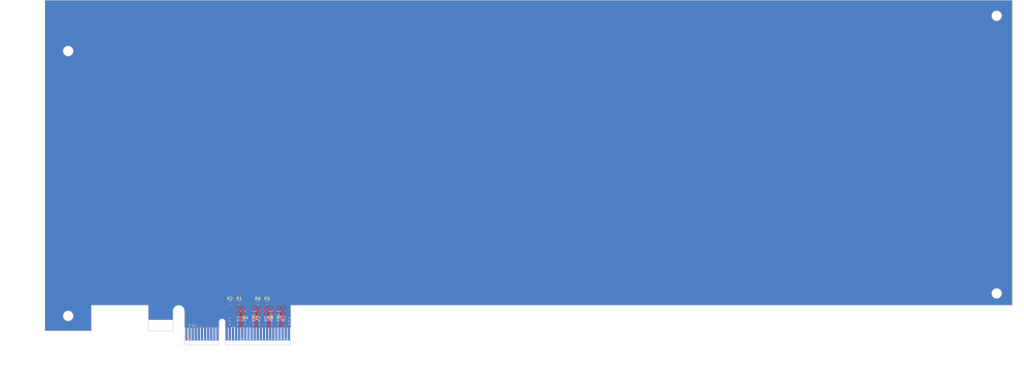
<source format=kicad_pcb>
(kicad_pcb (version 20211014) (generator pcbnew)
  (title_block (title "PCIexpress_x16_full") (company "Author: Luca Anastasio"))
  (layers (0 "F.Cu" power) (1 "In1.Cu" power) (2 "In2.Cu" power) (31 "B.Cu" power) (34 "B.Paste" user) (35 "F.Paste" user) (36 "B.SilkS" user "B.Silkscreen") (37 "F.SilkS" user "F.Silkscreen") (38 "B.Mask" user) (39 "F.Mask" user) (44 "Edge.Cuts" user))
  (net 0 "")
  (net 1 "GND")
  (net 2 "Net-(J2-PadA32)")
  (net 3 "Net-(J2-PadA19)")
  (net 4 "+12V")
  (net 5 "+3V3")
  (net 6 "+3.3VA")
  (net 7 "Net-(J2-PadB12)")
  (net 8 "Net-(J2-PadB30)")
  (net 9 "/PER0_P")
  (net 10 "/PER0_N")
  (net 11 "/PER1_P")
  (net 12 "/PER1_N")
  (net 13 "/PER2_P")
  (net 14 "/PER2_N")
  (net 15 "/PER3_P")
  (net 16 "/PER3_N")
  (net 17 "/~{PRSNT2x4}")
  (net 18 "/PET3_N")
  (net 19 "/PET3_P")
  (net 20 "/PET2_N")
  (net 21 "/PET2_P")
  (net 22 "/PET1_N")
  (net 23 "/PET1_P")
  (net 24 "/SMCLK")
  (net 25 "/SMDAT")
  (net 26 "/~{TRST}")
  (net 27 "/~{WAKE}")
  (net 28 "/PET0_P")
  (net 29 "/PET0_N")
  (net 30 "/~{PRSNT2x1}")
  (net 31 "/~{PRSNT1}")
  (net 32 "/TCK")
  (net 33 "/TDI")
  (net 34 "/TDO")
  (net 35 "/TMS")
  (net 36 "/~{PERST}")
  (net 37 "/REFCLK-")
  (net 38 "/REFCLK+")
  (net 39 "/PCIexpress_connector/_PER0_P")
  (net 40 "/PCIexpress_connector/_PER0_N")
  (net 41 "/PCIexpress_connector/_PER1_P")
  (net 42 "/PCIexpress_connector/_PER1_N")
  (net 43 "/PCIexpress_connector/_PER2_P")
  (net 44 "/PCIexpress_connector/_PER2_N")
  (net 45 "/PCIexpress_connector/_PER3_P")
  (net 46 "/PCIexpress_connector/_PER3_N")
  (footprint "PCIexpress:PCIexpress_bracket_full" (layer "F.Cu") (at 109.625 194.125)
    (fp_text reference "J1" hide)
    (fp_text value "PCIexpress_bracket")
  )
  (footprint "Resistor_SMD:R_0603_1608Metric" (layer "F.Cu") (at 127.125 180.625)
    (fp_text reference "R1" (at 0 -1.375) (layer "F.SilkS"))
    (fp_text value "49.9")
    (fp_line (start -0.162779 0.51) (end 0.162779 0.51) (layer "F.SilkS") (width 0.12))
    (fp_line (start -0.162779 -0.51) (end 0.162779 -0.51) (layer "F.SilkS") (width 0.12))
    (pad "1" smd roundrect locked (at -0.7875 0) (size 0.875 0.95) (layers "F.Cu" "F.Paste" "F.Mask") (net 29 "/PET0_N"))
    (pad "2" smd roundrect locked (at 0.7875 0) (size 0.875 0.95) (layers "F.Cu" "F.Paste" "F.Mask") (net 1 "GND"))
  )
  (footprint "Resistor_SMD:R_0603_1608Metric" (layer "F.Cu") (at 124.125 180.625 180)
    (fp_text reference "R2" (at 0 1.375) (layer "F.SilkS"))
    (fp_text value "49.9")
    (fp_line (start -0.162779 0.51) (end 0.162779 0.51) (layer "F.SilkS") (width 0.12))
    (fp_line (start -0.162779 -0.51) (end 0.162779 -0.51) (layer "F.SilkS") (width 0.12))
    (pad "1" smd roundrect locked (at -0.7875 0 180) (size 0.875 0.95) (layers "F.Cu" "F.Paste" "F.Mask") (net 28 "/PET0_P"))
    (pad "2" smd roundrect locked (at 0.7875 0 180) (size 0.875 0.95) (layers "F.Cu" "F.Paste" "F.Mask") (net 1 "GND"))
  )
  (footprint "Resistor_SMD:R_0603_1608Metric" (layer "F.Cu") (at 136.125 180.625)
    (fp_text reference "R5" (at 0 -1.375) (layer "F.SilkS"))
    (fp_text value "49.9")
    (fp_line (start -0.162779 -0.51) (end 0.162779 -0.51) (layer "F.SilkS") (width 0.12))
    (fp_line (start -0.162779 0.51) (end 0.162779 0.51) (layer "F.SilkS") (width 0.12))
    (pad "1" smd roundrect locked (at -0.7875 0) (size 0.875 0.95) (layers "F.Cu" "F.Paste" "F.Mask") (net 20 "/PET2_N"))
    (pad "2" smd roundrect locked (at 0.7875 0) (size 0.875 0.95) (layers "F.Cu" "F.Paste" "F.Mask") (net 1 "GND"))
  )
  (footprint "Resistor_SMD:R_0603_1608Metric" (layer "F.Cu") (at 133.125 180.625 180)
    (fp_text reference "R6" (at 0 1.375) (layer "F.SilkS"))
    (fp_text value "49.9")
    (fp_line (start -0.162779 0.51) (end 0.162779 0.51) (layer "F.SilkS") (width 0.12))
    (fp_line (start -0.162779 -0.51) (end 0.162779 -0.51) (layer "F.SilkS") (width 0.12))
    (pad "1" smd roundrect locked (at -0.7875 0 180) (size 0.875 0.95) (layers "F.Cu" "F.Paste" "F.Mask") (net 21 "/PET2_P"))
    (pad "2" smd roundrect locked (at 0.7875 0 180) (size 0.875 0.95) (layers "F.Cu" "F.Paste" "F.Mask") (net 1 "GND"))
  )
  (footprint "Resistor_SMD:R_0603_1608Metric" (layer "F.Cu") (at 140.125 183.875)
    (fp_text reference "R7" (at 0 1.5) (layer "F.SilkS"))
    (fp_text value "49.9")
    (fp_line (start -0.162779 0.51) (end 0.162779 0.51) (layer "F.SilkS") (width 0.12))
    (fp_line (start -0.162779 -0.51) (end 0.162779 -0.51) (layer "F.SilkS") (width 0.12))
    (pad "1" smd roundrect locked (at -0.7875 0) (size 0.875 0.95) (layers "F.Cu" "F.Paste" "F.Mask") (net 18 "/PET3_N"))
    (pad "2" smd roundrect locked (at 0.7875 0) (size 0.875 0.95) (layers "F.Cu" "F.Paste" "F.Mask") (net 1 "GND"))
  )
  (footprint "Resistor_SMD:R_0603_1608Metric" (layer "F.Cu") (at 137.125 183.875 180)
    (fp_text reference "R8" (at 0 -1.5) (layer "F.SilkS"))
    (fp_text value "49.9")
    (fp_line (start -0.162779 0.51) (end 0.162779 0.51) (layer "F.SilkS") (width 0.12))
    (fp_line (start -0.162779 -0.51) (end 0.162779 -0.51) (layer "F.SilkS") (width 0.12))
    (pad "1" smd roundrect locked (at -0.7875 0 180) (size 0.875 0.95) (layers "F.Cu" "F.Paste" "F.Mask") (net 19 "/PET3_P"))
    (pad "2" smd roundrect locked (at 0.7875 0 180) (size 0.875 0.95) (layers "F.Cu" "F.Paste" "F.Mask") (net 1 "GND"))
  )
  (footprint "Resistor_SMD:R_0603_1608Metric" (layer "F.Cu") (at 129.125 183.875 180)
    (fp_text reference "R4" (at 0 -1.5) (layer "F.SilkS"))
    (fp_text value "49.9")
    (fp_line (start -0.162779 0.51) (end 0.162779 0.51) (layer "F.SilkS") (width 0.12))
    (fp_line (start -0.162779 -0.51) (end 0.162779 -0.51) (layer "F.SilkS") (width 0.12))
    (pad "1" smd roundrect locked (at -0.7875 0 180) (size 0.875 0.95) (layers "F.Cu" "F.Paste" "F.Mask") (net 23 "/PET1_P"))
    (pad "2" smd roundrect locked (at 0.7875 0 180) (size 0.875 0.95) (layers "F.Cu" "F.Paste" "F.Mask") (net 1 "GND"))
  )
  (footprint "Resistor_SMD:R_0603_1608Metric" (layer "F.Cu") (at 132.125 183.875)
    (fp_text reference "R3" (at 0 1.5) (layer "F.SilkS"))
    (fp_text value "49.9")
    (fp_line (start -0.162779 -0.51) (end 0.162779 -0.51) (layer "F.SilkS") (width 0.12))
    (fp_line (start -0.162779 0.51) (end 0.162779 0.51) (layer "F.SilkS") (width 0.12))
    (pad "1" smd roundrect locked (at -0.7875 0) (size 0.875 0.95) (layers "F.Cu" "F.Paste" "F.Mask") (net 22 "/PET1_N"))
    (pad "2" smd roundrect locked (at 0.7875 0) (size 0.875 0.95) (layers "F.Cu" "F.Paste" "F.Mask") (net 1 "GND"))
  )
  (footprint "PCIexpress:PCIexpress_x4" (layer "F.Cu") (at 109.625 194.125)
    (fp_text reference "J2" hide)
    (fp_text value "PCIexpress_x4")
    (pad "A1" connect rect locked (at 0.5 -4) (size 0.7 3.2) (layers "B.Cu") (net 31 "/~{PRSNT1}"))
    (pad "A2" connect rect locked (at 1.5 -3.5) (size 0.7 4.2) (layers "B.Cu") (net 4 "+12V"))
    (pad "A3" connect rect locked (at 2.5 -3.5) (size 0.7 4.2) (layers "B.Cu") (net 4 "+12V"))
    (pad "A4" connect rect locked (at 3.5 -3.5) (size 0.7 4.2) (layers "B.Cu") (net 1 "GND"))
    (pad "A5" connect rect locked (at 4.5 -3.5) (size 0.7 4.2) (layers "B.Cu") (net 32 "/TCK"))
    (pad "A6" connect rect locked (at 5.5 -3.5) (size 0.7 4.2) (layers "B.Cu") (net 33 "/TDI"))
    (pad "A7" connect rect locked (at 6.5 -3.5) (size 0.7 4.2) (layers "B.Cu") (net 34 "/TDO"))
    (pad "A8" connect rect locked (at 7.5 -3.5) (size 0.7 4.2) (layers "B.Cu") (net 35 "/TMS"))
    (pad "A9" connect rect locked (at 8.5 -3.5) (size 0.7 4.2) (layers "B.Cu") (net 5 "+3V3"))
    (pad "A10" connect rect locked (at 9.5 -3.5) (size 0.7 4.2) (layers "B.Cu") (net 5 "+3V3"))
    (pad "A11" connect rect locked (at 10.5 -3.5) (size 0.7 4.2) (layers "B.Cu") (net 36 "/~{PERST}"))
    (pad "A12" connect rect locked (at 13.5 -3.5) (size 0.7 4.2) (layers "B.Cu") (net 1 "GND"))
    (pad "A13" connect rect locked (at 14.5 -3.5) (size 0.7 4.2) (layers "B.Cu") (net 38 "/REFCLK+"))
    (pad "A14" connect rect locked (at 15.5 -3.5) (size 0.7 4.2) (layers "B.Cu") (net 37 "/REFCLK-"))
    (pad "A15" connect rect locked (at 16.5 -3.5) (size 0.7 4.2) (layers "B.Cu") (net 1 "GND"))
    (pad "A16" connect rect locked (at 17.5 -3.5) (size 0.7 4.2) (layers "B.Cu") (net 39 "/PCIexpress_connector/_PER0_P"))
    (pad "A17" connect rect locked (at 18.5 -3.5) (size 0.7 4.2) (layers "B.Cu") (net 40 "/PCIexpress_connector/_PER0_N"))
    (pad "A18" connect rect locked (at 19.5 -3.5) (size 0.7 4.2) (layers "B.Cu") (net 1 "GND"))
    (pad "A19" connect rect locked (at 20.5 -3.5) (size 0.7 4.2) (layers "B.Cu") (net 3 "Net-(J2-PadA19)"))
    (pad "A20" connect rect locked (at 21.5 -3.5) (size 0.7 4.2) (layers "B.Cu") (net 1 "GND"))
    (pad "A21" connect rect locked (at 22.5 -3.5) (size 0.7 4.2) (layers "B.Cu") (net 41 "/PCIexpress_connector/_PER1_P"))
    (pad "A22" connect rect locked (at 23.5 -3.5) (size 0.7 4.2) (layers "B.Cu") (net 42 "/PCIexpress_connector/_PER1_N"))
    (pad "A23" connect rect locked (at 24.5 -3.5) (size 0.7 4.2) (layers "B.Cu") (net 1 "GND"))
    (pad "A24" connect rect locked (at 25.5 -3.5) (size 0.7 4.2) (layers "B.Cu") (net 1 "GND"))
    (pad "A25" connect rect locked (at 26.5 -3.5) (size 0.7 4.2) (layers "B.Cu") (net 43 "/PCIexpress_connector/_PER2_P"))
    (pad "A26" connect rect locked (at 27.5 -3.5) (size 0.7 4.2) (layers "B.Cu") (net 44 "/PCIexpress_connector/_PER2_N"))
    (pad "A27" connect rect locked (at 28.5 -3.5) (size 0.7 4.2) (layers "B.Cu") (net 1 "GND"))
    (pad "A28" connect rect locked (at 29.5 -3.5) (size 0.7 4.2) (layers "B.Cu") (net 1 "GND"))
    (pad "A29" connect rect locked (at 30.5 -3.5) (size 0.7 4.2) (layers "B.Cu") (net 45 "/PCIexpress_connector/_PER3_P"))
    (pad "A30" connect rect locked (at 31.5 -3.5) (size 0.7 4.2) (layers "B.Cu") (net 46 "/PCIexpress_connector/_PER3_N"))
    (pad "A31" connect rect locked (at 32.5 -3.5) (size 0.7 4.2) (layers "B.Cu") (net 1 "GND"))
    (pad "A32" connect rect locked (at 33.5 -3.5) (size 0.7 4.2) (layers "B.Cu") (net 2 "Net-(J2-PadA32)"))
    (pad "B1" connect rect locked (at 0.5 -3.5) (size 0.7 4.2) (layers "F.Cu") (net 4 "+12V"))
    (pad "B2" connect rect locked (at 1.5 -3.5) (size 0.7 4.2) (layers "F.Cu") (net 4 "+12V"))
    (pad "B3" connect rect locked (at 2.5 -3.5) (size 0.7 4.2) (layers "F.Cu") (net 4 "+12V"))
    (pad "B4" connect rect locked (at 3.5 -3.5) (size 0.7 4.2) (layers "F.Cu") (net 1 "GND"))
    (pad "B5" connect rect locked (at 4.5 -3.5) (size 0.7 4.2) (layers "F.Cu") (net 24 "/SMCLK"))
    (pad "B6" connect rect locked (at 5.5 -3.5) (size 0.7 4.2) (layers "F.Cu") (net 25 "/SMDAT"))
    (pad "B7" connect rect locked (at 6.5 -3.5) (size 0.7 4.2) (layers "F.Cu") (net 1 "GND"))
    (pad "B8" connect rect locked (at 7.5 -3.5) (size 0.7 4.2) (layers "F.Cu") (net 5 "+3V3"))
    (pad "B9" connect rect locked (at 8.5 -3.5) (size 0.7 4.2) (layers "F.Cu") (net 26 "/~{TRST}"))
    (pad "B10" connect rect locked (at 9.5 -3.5) (size 0.7 4.2) (layers "F.Cu") (net 6 "+3.3VA"))
    (pad "B11" connect rect locked (at 10.5 -3.5) (size 0.7 4.2) (layers "F.Cu") (net 27 "/~{WAKE}"))
    (pad "B12" connect rect locked (at 13.5 -3.5) (size 0.7 4.2) (layers "F.Cu") (net 7 "Net-(J2-PadB12)"))
    (pad "B13" connect rect locked (at 14.5 -3.5) (size 0.7 4.2) (layers "F.Cu") (net 1 "GND"))
    (pad "B14" connect rect locked (at 15.5 -3.5) (size 0.7 4.2) (layers "F.Cu") (net 28 "/PET0_P"))
    (pad "B15" connect rect locked (at 16.5 -3.5) (size 0.7 4.2) (layers "F.Cu") (net 29 "/PET0_N"))
    (pad "B16" connect rect locked (at 17.5 -3.5) (size 0.7 4.2) (layers "F.Cu") (net 1 "GND"))
    (pad "B17" connect rect locked (at 18.5 -4) (size 0.7 3.2) (layers "F.Cu") (net 30 "/~{PRSNT2x1}"))
    (pad "B18" connect rect locked (at 19.5 -3.5) (size 0.7 4.2) (layers "F.Cu") (net 1 "GND"))
    (pad "B19" connect rect locked (at 20.5 -3.5) (size 0.7 4.2) (layers "F.Cu") (net 23 "/PET1_P"))
    (pad "B20" connect rect locked (at 21.5 -3.5) (size 0.7 4.2) (layers "F.Cu") (net 22 "/PET1_N"))
    (pad "B21" connect rect locked (at 22.5 -3.5) (size 0.7 4.2) (layers "F.Cu") (net 1 "GND"))
    (pad "B22" connect rect locked (at 23.5 -3.5) (size 0.7 4.2) (layers "F.Cu") (net 1 "GND"))
    (pad "B23" connect rect locked (at 24.5 -3.5) (size 0.7 4.2) (layers "F.Cu") (net 21 "/PET2_P"))
    (pad "B24" connect rect locked (at 25.5 -3.5) (size 0.7 4.2) (layers "F.Cu") (net 20 "/PET2_N"))
    (pad "B25" connect rect locked (at 26.5 -3.5) (size 0.7 4.2) (layers "F.Cu") (net 1 "GND"))
    (pad "B26" connect rect locked (at 27.5 -3.5) (size 0.7 4.2) (layers "F.Cu") (net 1 "GND"))
    (pad "B27" connect rect locked (at 28.5 -3.5) (size 0.7 4.2) (layers "F.Cu") (net 19 "/PET3_P"))
    (pad "B28" connect rect locked (at 29.5 -3.5) (size 0.7 4.2) (layers "F.Cu") (net 18 "/PET3_N"))
    (pad "B29" connect rect locked (at 30.5 -3.5) (size 0.7 4.2) (layers "F.Cu") (net 1 "GND"))
    (pad "B30" connect rect locked (at 31.5 -3.5) (size 0.7 4.2) (layers "F.Cu") (net 8 "Net-(J2-PadB30)"))
    (pad "B31" connect rect locked (at 32.5 -4) (size 0.7 3.2) (layers "F.Cu") (net 17 "/~{PRSNT2x4}"))
    (pad "B32" connect rect locked (at 33.5 -3.5) (size 0.7 4.2) (layers "F.Cu") (net 1 "GND"))
  )
  (footprint "Capacitor_SMD:C_0603_1608Metric" (layer "B.Cu") (at 126.875 183.125 -90)
    (fp_text reference "C1" (at 2.5 0 90) (layer "B.SilkS") (effects (justify mirror)))
    (fp_text value "100n")
    (fp_line (start -0.162779 0.51) (end 0.162779 0.51) (layer "B.SilkS") (width 0.12))
    (fp_line (start -0.162779 -0.51) (end 0.162779 -0.51) (layer "B.SilkS") (width 0.12))
    (pad "1" smd roundrect locked (at -0.7875 0 270) (size 0.875 0.95) (layers "B.Cu" "B.Paste" "B.Mask") (net 9 "/PER0_P"))
    (pad "2" smd roundrect locked (at 0.7875 0 270) (size 0.875 0.95) (layers "B.Cu" "B.Paste" "B.Mask") (net 39 "/PCIexpress_connector/_PER0_P"))
  )
  (footprint "Capacitor_SMD:C_0603_1608Metric" (layer "B.Cu") (at 128.375 183.125 90)
    (fp_text reference "C2" (at -2.5 0 90) (layer "B.SilkS") (effects (justify mirror)))
    (fp_text value "100n")
    (fp_line (start -0.162779 0.51) (end 0.162779 0.51) (layer "B.SilkS") (width 0.12))
    (fp_line (start -0.162779 -0.51) (end 0.162779 -0.51) (layer "B.SilkS") (width 0.12))
    (pad "1" smd roundrect locked (at -0.7875 0 90) (size 0.875 0.95) (layers "B.Cu" "B.Paste" "B.Mask") (net 40 "/PCIexpress_connector/_PER0_N"))
    (pad "2" smd roundrect locked (at 0.7875 0 90) (size 0.875 0.95) (layers "B.Cu" "B.Paste" "B.Mask") (net 10 "/PER0_N"))
  )
  (footprint "Capacitor_SMD:C_0603_1608Metric" (layer "B.Cu") (at 131.875 183.125 -90)
    (fp_text reference "C3" (at 2.5 0 90) (layer "B.SilkS") (effects (justify mirror)))
    (fp_text value "100n")
    (fp_line (start -0.162779 0.51) (end 0.162779 0.51) (layer "B.SilkS") (width 0.12))
    (fp_line (start -0.162779 -0.51) (end 0.162779 -0.51) (layer "B.SilkS") (width 0.12))
    (pad "1" smd roundrect locked (at -0.7875 0 270) (size 0.875 0.95) (layers "B.Cu" "B.Paste" "B.Mask") (net 11 "/PER1_P"))
    (pad "2" smd roundrect locked (at 0.7875 0 270) (size 0.875 0.95) (layers "B.Cu" "B.Paste" "B.Mask") (net 41 "/PCIexpress_connector/_PER1_P"))
  )
  (footprint "Capacitor_SMD:C_0603_1608Metric" (layer "B.Cu") (at 133.375 183.125 90)
    (fp_text reference "C4" (at -2.5 0 90) (layer "B.SilkS") (effects (justify mirror)))
    (fp_text value "100n")
    (fp_line (start -0.162779 0.51) (end 0.162779 0.51) (layer "B.SilkS") (width 0.12))
    (fp_line (start -0.162779 -0.51) (end 0.162779 -0.51) (layer "B.SilkS") (width 0.12))
    (pad "1" smd roundrect locked (at -0.7875 0 90) (size 0.875 0.95) (layers "B.Cu" "B.Paste" "B.Mask") (net 42 "/PCIexpress_connector/_PER1_N"))
    (pad "2" smd roundrect locked (at 0.7875 0 90) (size 0.875 0.95) (layers "B.Cu" "B.Paste" "B.Mask") (net 12 "/PER1_N"))
  )
  (footprint "Capacitor_SMD:C_0603_1608Metric" (layer "B.Cu") (at 135.875 183.125 -90)
    (fp_text reference "C5" (at 2.5 0 90) (layer "B.SilkS") (effects (justify mirror)))
    (fp_text value "100n")
    (fp_line (start -0.162779 -0.51) (end 0.162779 -0.51) (layer "B.SilkS") (width 0.12))
    (fp_line (start -0.162779 0.51) (end 0.162779 0.51) (layer "B.SilkS") (width 0.12))
    (pad "1" smd roundrect locked (at -0.7875 0 270) (size 0.875 0.95) (layers "B.Cu" "B.Paste" "B.Mask") (net 13 "/PER2_P"))
    (pad "2" smd roundrect locked (at 0.7875 0 270) (size 0.875 0.95) (layers "B.Cu" "B.Paste" "B.Mask") (net 43 "/PCIexpress_connector/_PER2_P"))
  )
  (footprint "Capacitor_SMD:C_0603_1608Metric" (layer "B.Cu") (at 137.375 183.125 90)
    (fp_text reference "C6" (at -2.5 0 90) (layer "B.SilkS") (effects (justify mirror)))
    (fp_text value "100n")
    (fp_line (start -0.162779 -0.51) (end 0.162779 -0.51) (layer "B.SilkS") (width 0.12))
    (fp_line (start -0.162779 0.51) (end 0.162779 0.51) (layer "B.SilkS") (width 0.12))
    (pad "1" smd roundrect locked (at -0.7875 0 90) (size 0.875 0.95) (layers "B.Cu" "B.Paste" "B.Mask") (net 44 "/PCIexpress_connector/_PER2_N"))
    (pad "2" smd roundrect locked (at 0.7875 0 90) (size 0.875 0.95) (layers "B.Cu" "B.Paste" "B.Mask") (net 14 "/PER2_N"))
  )
  (footprint "Capacitor_SMD:C_0603_1608Metric" (layer "B.Cu") (at 139.875 183.125 -90)
    (fp_text reference "C7" (at 2.5 0 90) (layer "B.SilkS") (effects (justify mirror)))
    (fp_text value "100n")
    (fp_line (start -0.162779 0.51) (end 0.162779 0.51) (layer "B.SilkS") (width 0.12))
    (fp_line (start -0.162779 -0.51) (end 0.162779 -0.51) (layer "B.SilkS") (width 0.12))
    (pad "1" smd roundrect locked (at -0.7875 0 270) (size 0.875 0.95) (layers "B.Cu" "B.Paste" "B.Mask") (net 15 "/PER3_P"))
    (pad "2" smd roundrect locked (at 0.7875 0 270) (size 0.875 0.95) (layers "B.Cu" "B.Paste" "B.Mask") (net 45 "/PCIexpress_connector/_PER3_P"))
  )
  (footprint "Capacitor_SMD:C_0603_1608Metric" (layer "B.Cu") (at 141.375 183.125 90)
    (fp_text reference "C8" (at -2.5 0 90) (layer "B.SilkS") (effects (justify mirror)))
    (fp_text value "100n")
    (fp_line (start -0.162779 0.51) (end 0.162779 0.51) (layer "B.SilkS") (width 0.12))
    (fp_line (start -0.162779 -0.51) (end 0.162779 -0.51) (layer "B.SilkS") (width 0.12))
    (pad "1" smd roundrect locked (at -0.7875 0 90) (size 0.875 0.95) (layers "B.Cu" "B.Paste" "B.Mask") (net 46 "/PCIexpress_connector/_PER3_N"))
    (pad "2" smd roundrect locked (at 0.7875 0 90) (size 0.875 0.95) (layers "B.Cu" "B.Paste" "B.Mask") (net 16 "/PER3_N"))
  )
  (gr_line (start 123.075 194.125) (end 143.275 194.125) (layer "Edge.Cuts") (width 0.15))
  (gr_line (start 120.675 193.625) (end 120.675 186.675) (layer "Edge.Cuts") (width 0.15))
  (gr_line (start 64.475 189.625) (end 79.475 189.625) (layer "Edge.Cuts") (width 0.15))
  (gr_line (start 79.475 189.625) (end 79.475 181.375) (layer "Edge.Cuts") (width 0.15))
  (gr_line (start 376.475 82.975) (end 64.475 82.975) (layer "Edge.Cuts") (width 0.15))
  (gr_arc (start 105.825 183.2) (mid 107.65 181.375) (end 109.475 183.2) (layer "Edge.Cuts") (width 0.15))
  (gr_line (start 120.175 194.125) (end 120.675 193.625) (layer "Edge.Cuts") (width 0.15))
  (gr_line (start 122.575 186.675) (end 122.575 193.625) (layer "Edge.Cuts") (width 0.15))
  (gr_line (start 109.475 193.625) (end 109.975 194.125) (layer "Edge.Cuts") (width 0.15))
  (gr_arc (start 120.675 186.675) (mid 121.625 185.725) (end 122.575 186.675) (layer "Edge.Cuts") (width 0.15))
  (gr_line (start 376.4777 181.375) (end 376.475 82.975) (layer "Edge.Cuts") (width 0.15))
  (gr_line (start 79.475 181.375) (end 97.825 181.375) (layer "Edge.Cuts") (width 0.15))
  (gr_line (start 109.975 194.125) (end 120.175 194.125) (layer "Edge.Cuts") (width 0.15))
  (gr_line (start 97.825 181.375) (end 97.825 189.625) (layer "Edge.Cuts") (width 0.15))
  (gr_line (start 143.775 181.375) (end 376.4777 181.375) (layer "Edge.Cuts") (width 0.15))
  (gr_line (start 105.825 189.625) (end 105.825 183.2) (layer "Edge.Cuts") (width 0.15))
  (gr_circle (center 71.975 184.775) (end 73.575 184.775) (layer "Edge.Cuts") (width 0.15) (fill none))
  (gr_line (start 143.275 194.125) (end 143.775 193.625) (layer "Edge.Cuts") (width 0.15))
  (gr_circle (center 371.395 177.525) (end 372.995 177.525) (layer "Edge.Cuts") (width 0.15) (fill none))
  (gr_line (start 109.475 183.2) (end 109.475 193.625) (layer "Edge.Cuts") (width 0.15))
  (gr_line (start 64.475 82.975) (end 64.475 189.625) (layer "Edge.Cuts") (width 0.15))
  (gr_circle (center 371.395 87.995) (end 372.995 87.995) (layer "Edge.Cuts") (width 0.15) (fill none))
  (gr_line (start 97.825 189.625) (end 105.825 189.625) (layer "Edge.Cuts") (width 0.15))
  (gr_line (start 143.775 193.625) (end 143.775 181.375) (layer "Edge.Cuts") (width 0.15))
  (gr_circle (center 71.975 99.375) (end 73.575 99.375) (layer "Edge.Cuts") (width 0.15) (fill none))
  (gr_line (start 122.575 193.625) (end 123.075 194.125) (layer "Edge.Cuts") (width 0.15))
  (target plus (at 109.625 194.125) (size 5) (width 0.05) (layer "Edge.Cuts"))
  (segment (start 113.125 188.125) (end 113.125 188.125) (width 0.7) (layer "F.Cu") (net 1))
  (segment (start 113.125 190.625) (end 113.125 188) (width 0.7) (layer "F.Cu") (net 1))
  (via (at 124.125 185.5) (size 0.55) (drill 0.3) (layers "F.Cu" "B.Cu") (net 1))
  (via (at 143.125 185.5) (size 0.55) (drill 0.3) (layers "F.Cu" "B.Cu") (net 1))
  (via (at 135.625 185.5) (size 0.55) (drill 0.3) (layers "F.Cu" "B.Cu") (net 1))
  (via (at 139.625 185.5) (size 0.55) (drill 0.3) (layers "F.Cu" "B.Cu") (net 1))
  (via (at 133.625 185.5) (size 0.55) (drill 0.3) (layers "F.Cu" "B.Cu") (net 1))
  (via (at 129.125 185.5) (size 0.55) (drill 0.3) (layers "F.Cu" "B.Cu") (net 1))
  (via (at 126.625 185.5) (size 0.55) (drill 0.3) (layers "F.Cu" "B.Cu") (net 1))
  (via (at 131.625 185.5) (size 0.55) (drill 0.3) (layers "F.Cu" "B.Cu") (net 1))
  (via (at 137.625 185.5) (size 0.55) (drill 0.3) (layers "F.Cu" "B.Cu") (net 1))
  (via (at 139.625 187.5) (size 0.55) (drill 0.3) (layers "F.Cu" "B.Cu") (net 1))
  (via (at 135.625 187.5) (size 0.55) (drill 0.3) (layers "F.Cu" "B.Cu") (net 1))
  (via (at 113.125 188) (size 0.55) (drill 0.3) (layers "F.Cu" "B.Cu") (net 1))
  (via (at 135.625 186.5) (size 0.55) (drill 0.3) (layers "F.Cu" "B.Cu") (net 1))
  (via (at 143.125 186.5) (size 0.55) (drill 0.3) (layers "F.Cu" "B.Cu") (net 1))
  (via (at 143.125 187.5) (size 0.55) (drill 0.3) (layers "F.Cu" "B.Cu") (net 1))
  (via (at 126.625 187.5) (size 0.55) (drill 0.3) (layers "F.Cu" "B.Cu") (net 1))
  (via (at 133.625 187.5) (size 0.55) (drill 0.3) (layers "F.Cu" "B.Cu") (net 1))
  (via (at 124.125 187.5) (size 0.55) (drill 0.3) (layers "F.Cu" "B.Cu") (net 1))
  (via (at 137.625 187.5) (size 0.55) (drill 0.3) (layers "F.Cu" "B.Cu") (net 1))
  (via (at 129.125 187.5) (size 0.55) (drill 0.3) (layers "F.Cu" "B.Cu") (net 1))
  (via (at 129.125 186.5) (size 0.55) (drill 0.3) (layers "F.Cu" "B.Cu") (net 1))
  (via (at 126.625 186.5) (size 0.55) (drill 0.3) (layers "F.Cu" "B.Cu") (net 1))
  (via (at 139.625 186.5) (size 0.55) (drill 0.3) (layers "F.Cu" "B.Cu") (net 1))
  (via (at 131.625 186.5) (size 0.55) (drill 0.3) (layers "F.Cu" "B.Cu") (net 1))
  (via (at 137.625 186.5) (size 0.55) (drill 0.3) (layers "F.Cu" "B.Cu") (net 1))
  (via (at 133.625 186.5) (size 0.55) (drill 0.3) (layers "F.Cu" "B.Cu") (net 1))
  (via (at 131.625 187.5) (size 0.55) (drill 0.3) (layers "F.Cu" "B.Cu") (net 1))
  (via (at 124.125 186.5) (size 0.55) (drill 0.3) (layers "F.Cu" "B.Cu") (net 1))
  (segment (start 111.125 190.625) (end 111.125 188) (width 0.0889) (layer "F.Cu") (net 4))
  (via (at 111.125 188) (size 0.55) (drill 0.3) (layers "F.Cu" "B.Cu") (net 4))
  (via (at 112.125 188) (size 0.55) (drill 0.3) (layers "F.Cu" "B.Cu") (net 4))
  (segment (start 139.3375 184.5375) (end 139.3375 183.875) (width 0.2) (layer "F.Cu") (net 18))
  (segment (start 139.125 188.375) (end 138.825 188.075) (width 0.2) (layer "F.Cu") (net 18))
  (segment (start 138.825 188.075) (end 138.825 185.05) (width 0.2) (layer "F.Cu") (net 18))
  (segment (start 139.125 190.625) (end 139.125 188.375) (width 0.2) (layer "F.Cu") (net 18))
  (segment (start 138.825 185.05) (end 139.3375 184.5375) (width 0.2) (layer "F.Cu") (net 18))
  (segment (start 138.425 185.05) (end 137.9125 184.5375) (width 0.2) (layer "F.Cu") (net 19))
  (segment (start 138.125 188.375) (end 138.425 188.075) (width 0.2) (layer "F.Cu") (net 19))
  (segment (start 138.125 190.625) (end 138.125 188.375) (width 0.2) (layer "F.Cu") (net 19))
  (segment (start 137.9125 184.5375) (end 137.9125 183.875) (width 0.2) (layer "F.Cu") (net 19))
  (segment (start 138.425 188.075) (end 138.425 185.05) (width 0.2) (layer "F.Cu") (net 19))
  (segment (start 135.3375 180.625) (end 135.3375 181.2875) (width 0.2) (layer "F.Cu") (net 20))
  (segment (start 135.125 188.375) (end 135.125 190.625) (width 0.2) (layer "F.Cu") (net 20))
  (segment (start 134.825 181.8) (end 134.825 188.075) (width 0.2) (layer "F.Cu") (net 20))
  (segment (start 134.825 188.075) (end 135.125 188.375) (width 0.2) (layer "F.Cu") (net 20))
  (segment (start 135.3375 181.2875) (end 134.825 181.8) (width 0.2) (layer "F.Cu") (net 20))
  (segment (start 134.425 181.78125) (end 134.425 188.075) (width 0.2) (layer "F.Cu") (net 21))
  (segment (start 133.9125 180.625) (end 133.9125 181.26875) (width 0.2) (layer "F.Cu") (net 21))
  (segment (start 134.425 188.075) (end 134.125 188.375) (width 0.2) (layer "F.Cu") (net 21))
  (segment (start 133.9125 181.26875) (end 134.425 181.78125) (width 0.2) (layer "F.Cu") (net 21))
  (segment (start 134.125 188.375) (end 134.125 190.625) (width 0.2) (layer "F.Cu") (net 21))
  (segment (start 130.825 185.05) (end 131.3375 184.5375) (width 0.2) (layer "F.Cu") (net 22))
  (segment (start 131.3375 184.5375) (end 131.3375 183.875) (width 0.2) (layer "F.Cu") (net 22))
  (segment (start 130.825 188.075) (end 130.825 185.05) (width 0.2) (layer "F.Cu") (net 22))
  (segment (start 131.125 188.375) (end 130.825 188.075) (width 0.2) (layer "F.Cu") (net 22))
  (segment (start 131.125 190.625) (end 131.125 188.375) (width 0.2) (layer "F.Cu") (net 22))
  (segment (start 130.125 188.375) (end 130.425 188.075) (width 0.2) (layer "F.Cu") (net 23))
  (segment (start 130.125 190.625) (end 130.125 188.375) (width 0.2) (layer "F.Cu") (net 23))
  (segment (start 130.425 185.05) (end 129.9125 184.5375) (width 0.2) (layer "F.Cu") (net 23))
  (segment (start 130.425 188.075) (end 130.425 185.05) (width 0.2) (layer "F.Cu") (net 23))
  (segment (start 129.9125 184.5375) (end 129.9125 183.875) (width 0.2) (layer "F.Cu") (net 23))
  (segment (start 125.125 188.375) (end 125.425 188.075) (width 0.2) (layer "F.Cu") (net 28))
  (segment (start 124.9125 181.26875) (end 124.9125 180.625) (width 0.2) (layer "F.Cu") (net 28))
  (segment (start 125.425 188.075) (end 125.425 181.78125) (width 0.2) (layer "F.Cu") (net 28))
  (segment (start 125.425 181.78125) (end 124.9125 181.26875) (width 0.2) (layer "F.Cu") (net 28))
  (segment (start 125.125 190.625) (end 125.125 188.375) (width 0.2) (layer "F.Cu") (net 28))
  (segment (start 126.125 190.625) (end 126.125 188.375) (width 0.2) (layer "F.Cu") (net 29))
  (segment (start 126.125 188.375) (end 125.825 188.075) (width 0.2) (layer "F.Cu") (net 29))
  (segment (start 126.3375 181.2875) (end 126.3375 180.625) (width 0.2) (layer "F.Cu") (net 29))
  (segment (start 125.825 188.075) (end 125.825 181.8) (width 0.2) (layer "F.Cu") (net 29))
  (segment (start 125.825 181.8) (end 126.3375 181.2875) (width 0.2) (layer "F.Cu") (net 29))
  (segment (start 127.425 188.075) (end 127.125 188.375) (width 0.2) (layer "B.Cu") (net 39))
  (segment (start 126.875 184.5) (end 127.425 185.05) (width 0.2) (layer "B.Cu") (net 39))
  (segment (start 126.875 183.9125) (end 126.875 184.5) (width 0.2) (layer "B.Cu") (net 39))
  (segment (start 127.425 185.05) (end 127.425 188.075) (width 0.2) (layer "B.Cu") (net 39))
  (segment (start 127.125 188.375) (end 127.125 190.625) (width 0.2) (layer "B.Cu") (net 39))
  (segment (start 128.375 184.5) (end 127.825 185.05) (width 0.2) (layer "B.Cu") (net 40))
  (segment (start 127.825 185.05) (end 127.825 188.075) (width 0.2) (layer "B.Cu") (net 40))
  (segment (start 128.375 183.9125) (end 128.375 184.5) (width 0.2) (layer "B.Cu") (net 40))
  (segment (start 128.125 188.375) (end 128.125 190.625) (width 0.2) (layer "B.Cu") (net 40))
  (segment (start 127.825 188.075) (end 128.125 188.375) (width 0.2) (layer "B.Cu") (net 40))
  (segment (start 132.425 188.075) (end 132.125 188.375) (width 0.2) (layer "B.Cu") (net 41))
  (segment (start 132.425 185.05) (end 132.425 188.075) (width 0.2) (layer "B.Cu") (net 41))
  (segment (start 131.875 184.5) (end 132.425 185.05) (width 0.2) (layer "B.Cu") (net 41))
  (segment (start 132.125 188.375) (end 132.125 190.625) (width 0.2) (layer "B.Cu") (net 41))
  (segment (start 131.875 183.9125) (end 131.875 184.5) (width 0.2) (layer "B.Cu") (net 41))
  (segment (start 133.125 188.375) (end 133.125 190.625) (width 0.2) (layer "B.Cu") (net 42))
  (segment (start 132.825 185.05) (end 132.825 188.075) (width 0.2) (layer "B.Cu") (net 42))
  (segment (start 133.375 184.5) (end 132.825 185.05) (width 0.2) (layer "B.Cu") (net 42))
  (segment (start 133.375 183.9125) (end 133.375 184.5) (width 0.2) (layer "B.Cu") (net 42))
  (segment (start 132.825 188.075) (end 133.125 188.375) (width 0.2) (layer "B.Cu") (net 42))
  (segment (start 136.425 188.075) (end 136.125 188.375) (width 0.2) (layer "B.Cu") (net 43))
  (segment (start 136.425 185.05) (end 136.425 188.075) (width 0.2) (layer "B.Cu") (net 43))
  (segment (start 135.875 184.5) (end 136.425 185.05) (width 0.2) (layer "B.Cu") (net 43))
  (segment (start 136.125 188.375) (end 136.125 190.625) (width 0.2) (layer "B.Cu") (net 43))
  (segment (start 135.875 183.9125) (end 135.875 184.5) (width 0.2) (layer "B.Cu") (net 43))
  (segment (start 137.125 188.375) (end 137.125 190.625) (width 0.2) (layer "B.Cu") (net 44))
  (segment (start 136.825 185.05) (end 136.825 188.075) (width 0.2) (layer "B.Cu") (net 44))
  (segment (start 137.375 184.5) (end 136.825 185.05) (width 0.2) (layer "B.Cu") (net 44))
  (segment (start 137.375 183.9125) (end 137.375 184.5) (width 0.2) (layer "B.Cu") (net 44))
  (segment (start 136.825 188.075) (end 137.125 188.375) (width 0.2) (layer "B.Cu") (net 44))
  (segment (start 140.425 188.075) (end 140.125 188.375) (width 0.2) (layer "B.Cu") (net 45))
  (segment (start 140.425 185.05) (end 140.425 188.075) (width 0.2) (layer "B.Cu") (net 45))
  (segment (start 139.875 184.5) (end 140.425 185.05) (width 0.2) (layer "B.Cu") (net 45))
  (segment (start 140.125 188.375) (end 140.125 190.625) (width 0.2) (layer "B.Cu") (net 45))
  (segment (start 139.875 183.9125) (end 139.875 184.5) (width 0.2) (layer "B.Cu") (net 45))
  (segment (start 141.125 188.375) (end 141.125 190.625) (width 0.2) (layer "B.Cu") (net 46))
  (segment (start 141.375 183.9125) (end 141.375 184.5) (width 0.2) (layer "B.Cu") (net 46))
  (segment (start 140.825 188.075) (end 141.125 188.375) (width 0.2) (layer "B.Cu") (net 46))
  (segment (start 140.825 185.05) (end 140.825 188.075) (width 0.2) (layer "B.Cu") (net 46))
  (segment (start 141.375 184.5) (end 140.825 185.05) (width 0.2) (layer "B.Cu") (net 46))
  (zone (net 4) (net_name "+12V") (layer "F.Cu") (priority 2) (connect_pads thru_hole_only (clearance 0)) (min_thickness 0.25) (fill yes (thermal_gap 0.508) (thermal_bridge_width 0.508))
    (polygon (pts (xy 112.625 188.526) (xy 109.375 188.526) (xy 109.375 187.5) (xy 112.625 187.5)))
  )
  (zone (net 0) (net_name "") (layers "F.Cu" "In1.Cu" "In2.Cu" "B.Cu") (connect_pads (clearance 0)) (min_thickness 0.254)
    (keepout (tracks not_allowed) (vias not_allowed) (pads allowed) (copperpour not_allowed) (footprints allowed))
    (fill (thermal_gap 0.508) (thermal_bridge_width 0.508))
    (polygon (pts (xy 97.825 186.125) (xy 105.825 186.125) (xy 105.825 189.625) (xy 97.825 189.625)))
  )
  (zone (net 1) (net_name "GND") (layer "F.Cu") (connect_pads thru_hole_only (clearance 0)) (min_thickness 0.25) (fill yes (thermal_gap 0.508) (thermal_bridge_width 0.508))
    (polygon (pts (xy 64.5 83) (xy 376.5 83) (xy 376.5 181.375) (xy 143.875 181.375) (xy 143.875 188.525) (xy 109.375 188.525) (xy 109.375 183.25) (xy 105.875 183.25) (xy 105.875 186) (xy 97.75 186) (xy 97.75 181.375) (xy 79.5 181.375) (xy 79.5 189.625) (xy 64.5 189.625)))
  )
  (zone (net 4) (net_name "+12V") (layer "B.Cu") (priority 2) (connect_pads thru_hole_only (clearance 0)) (min_thickness 0.25) (fill yes (thermal_gap 0.508) (thermal_bridge_width 0.508))
    (polygon (pts (xy 112.625 188.526) (xy 110.625 188.526) (xy 110.625 187.5) (xy 112.625 187.5)))
  )
  (zone (net 1) (net_name "GND") (layer "B.Cu") (connect_pads thru_hole_only (clearance 0)) (min_thickness 0.25) (fill yes (thermal_gap 0.508) (thermal_bridge_width 0.508))
    (polygon (pts (xy 64.5 83) (xy 376.5 83) (xy 376.5 181.375) (xy 143.875 181.375) (xy 143.875 188.525) (xy 109.375 188.525) (xy 109.375 183.25) (xy 105.875 183.25) (xy 105.875 186) (xy 97.75 186) (xy 97.75 181.375) (xy 79.5 181.375) (xy 79.5 189.625) (xy 64.5 189.625)))
  )
)
</source>
